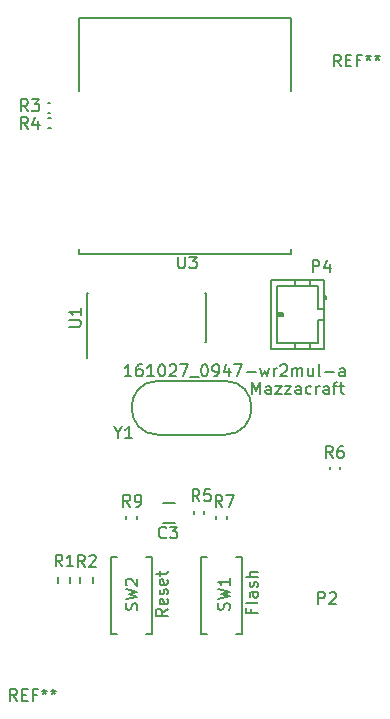
<source format=gbr>
G04 #@! TF.FileFunction,Legend,Top*
%FSLAX46Y46*%
G04 Gerber Fmt 4.6, Leading zero omitted, Abs format (unit mm)*
G04 Created by KiCad (PCBNEW 4.0.4+e1-6308~48~ubuntu16.04.1-stable) date Wed Nov  2 15:53:33 2016*
%MOMM*%
%LPD*%
G01*
G04 APERTURE LIST*
%ADD10C,0.100000*%
%ADD11C,0.200000*%
%ADD12C,0.150000*%
%ADD13C,0.152400*%
G04 APERTURE END LIST*
D10*
D11*
X131322381Y-145938095D02*
X130846190Y-146271429D01*
X131322381Y-146509524D02*
X130322381Y-146509524D01*
X130322381Y-146128571D01*
X130370000Y-146033333D01*
X130417619Y-145985714D01*
X130512857Y-145938095D01*
X130655714Y-145938095D01*
X130750952Y-145985714D01*
X130798571Y-146033333D01*
X130846190Y-146128571D01*
X130846190Y-146509524D01*
X131274762Y-145128571D02*
X131322381Y-145223809D01*
X131322381Y-145414286D01*
X131274762Y-145509524D01*
X131179524Y-145557143D01*
X130798571Y-145557143D01*
X130703333Y-145509524D01*
X130655714Y-145414286D01*
X130655714Y-145223809D01*
X130703333Y-145128571D01*
X130798571Y-145080952D01*
X130893810Y-145080952D01*
X130989048Y-145557143D01*
X131274762Y-144700000D02*
X131322381Y-144604762D01*
X131322381Y-144414286D01*
X131274762Y-144319047D01*
X131179524Y-144271428D01*
X131131905Y-144271428D01*
X131036667Y-144319047D01*
X130989048Y-144414286D01*
X130989048Y-144557143D01*
X130941429Y-144652381D01*
X130846190Y-144700000D01*
X130798571Y-144700000D01*
X130703333Y-144652381D01*
X130655714Y-144557143D01*
X130655714Y-144414286D01*
X130703333Y-144319047D01*
X131274762Y-143461904D02*
X131322381Y-143557142D01*
X131322381Y-143747619D01*
X131274762Y-143842857D01*
X131179524Y-143890476D01*
X130798571Y-143890476D01*
X130703333Y-143842857D01*
X130655714Y-143747619D01*
X130655714Y-143557142D01*
X130703333Y-143461904D01*
X130798571Y-143414285D01*
X130893810Y-143414285D01*
X130989048Y-143890476D01*
X130655714Y-143128571D02*
X130655714Y-142747619D01*
X130322381Y-142985714D02*
X131179524Y-142985714D01*
X131274762Y-142938095D01*
X131322381Y-142842857D01*
X131322381Y-142747619D01*
X138418571Y-145978571D02*
X138418571Y-146311905D01*
X138942381Y-146311905D02*
X137942381Y-146311905D01*
X137942381Y-145835714D01*
X138942381Y-145311905D02*
X138894762Y-145407143D01*
X138799524Y-145454762D01*
X137942381Y-145454762D01*
X138942381Y-144502380D02*
X138418571Y-144502380D01*
X138323333Y-144549999D01*
X138275714Y-144645237D01*
X138275714Y-144835714D01*
X138323333Y-144930952D01*
X138894762Y-144502380D02*
X138942381Y-144597618D01*
X138942381Y-144835714D01*
X138894762Y-144930952D01*
X138799524Y-144978571D01*
X138704286Y-144978571D01*
X138609048Y-144930952D01*
X138561429Y-144835714D01*
X138561429Y-144597618D01*
X138513810Y-144502380D01*
X138894762Y-144073809D02*
X138942381Y-143978571D01*
X138942381Y-143788095D01*
X138894762Y-143692856D01*
X138799524Y-143645237D01*
X138751905Y-143645237D01*
X138656667Y-143692856D01*
X138609048Y-143788095D01*
X138609048Y-143930952D01*
X138561429Y-144026190D01*
X138466190Y-144073809D01*
X138418571Y-144073809D01*
X138323333Y-144026190D01*
X138275714Y-143930952D01*
X138275714Y-143788095D01*
X138323333Y-143692856D01*
X138942381Y-143216666D02*
X137942381Y-143216666D01*
X138942381Y-142788094D02*
X138418571Y-142788094D01*
X138323333Y-142835713D01*
X138275714Y-142930951D01*
X138275714Y-143073809D01*
X138323333Y-143169047D01*
X138370952Y-143216666D01*
X138490475Y-127742381D02*
X138490475Y-126742381D01*
X138823809Y-127456667D01*
X139157142Y-126742381D01*
X139157142Y-127742381D01*
X140061904Y-127742381D02*
X140061904Y-127218571D01*
X140014285Y-127123333D01*
X139919047Y-127075714D01*
X139728570Y-127075714D01*
X139633332Y-127123333D01*
X140061904Y-127694762D02*
X139966666Y-127742381D01*
X139728570Y-127742381D01*
X139633332Y-127694762D01*
X139585713Y-127599524D01*
X139585713Y-127504286D01*
X139633332Y-127409048D01*
X139728570Y-127361429D01*
X139966666Y-127361429D01*
X140061904Y-127313810D01*
X140442856Y-127075714D02*
X140966666Y-127075714D01*
X140442856Y-127742381D01*
X140966666Y-127742381D01*
X141252380Y-127075714D02*
X141776190Y-127075714D01*
X141252380Y-127742381D01*
X141776190Y-127742381D01*
X142585714Y-127742381D02*
X142585714Y-127218571D01*
X142538095Y-127123333D01*
X142442857Y-127075714D01*
X142252380Y-127075714D01*
X142157142Y-127123333D01*
X142585714Y-127694762D02*
X142490476Y-127742381D01*
X142252380Y-127742381D01*
X142157142Y-127694762D01*
X142109523Y-127599524D01*
X142109523Y-127504286D01*
X142157142Y-127409048D01*
X142252380Y-127361429D01*
X142490476Y-127361429D01*
X142585714Y-127313810D01*
X143490476Y-127694762D02*
X143395238Y-127742381D01*
X143204761Y-127742381D01*
X143109523Y-127694762D01*
X143061904Y-127647143D01*
X143014285Y-127551905D01*
X143014285Y-127266190D01*
X143061904Y-127170952D01*
X143109523Y-127123333D01*
X143204761Y-127075714D01*
X143395238Y-127075714D01*
X143490476Y-127123333D01*
X143919047Y-127742381D02*
X143919047Y-127075714D01*
X143919047Y-127266190D02*
X143966666Y-127170952D01*
X144014285Y-127123333D01*
X144109523Y-127075714D01*
X144204762Y-127075714D01*
X144966667Y-127742381D02*
X144966667Y-127218571D01*
X144919048Y-127123333D01*
X144823810Y-127075714D01*
X144633333Y-127075714D01*
X144538095Y-127123333D01*
X144966667Y-127694762D02*
X144871429Y-127742381D01*
X144633333Y-127742381D01*
X144538095Y-127694762D01*
X144490476Y-127599524D01*
X144490476Y-127504286D01*
X144538095Y-127409048D01*
X144633333Y-127361429D01*
X144871429Y-127361429D01*
X144966667Y-127313810D01*
X145300000Y-127075714D02*
X145680952Y-127075714D01*
X145442857Y-127742381D02*
X145442857Y-126885238D01*
X145490476Y-126790000D01*
X145585714Y-126742381D01*
X145680952Y-126742381D01*
X145871429Y-127075714D02*
X146252381Y-127075714D01*
X146014286Y-126742381D02*
X146014286Y-127599524D01*
X146061905Y-127694762D01*
X146157143Y-127742381D01*
X146252381Y-127742381D01*
X128258095Y-126242381D02*
X127686666Y-126242381D01*
X127972380Y-126242381D02*
X127972380Y-125242381D01*
X127877142Y-125385238D01*
X127781904Y-125480476D01*
X127686666Y-125528095D01*
X129115238Y-125242381D02*
X128924761Y-125242381D01*
X128829523Y-125290000D01*
X128781904Y-125337619D01*
X128686666Y-125480476D01*
X128639047Y-125670952D01*
X128639047Y-126051905D01*
X128686666Y-126147143D01*
X128734285Y-126194762D01*
X128829523Y-126242381D01*
X129020000Y-126242381D01*
X129115238Y-126194762D01*
X129162857Y-126147143D01*
X129210476Y-126051905D01*
X129210476Y-125813810D01*
X129162857Y-125718571D01*
X129115238Y-125670952D01*
X129020000Y-125623333D01*
X128829523Y-125623333D01*
X128734285Y-125670952D01*
X128686666Y-125718571D01*
X128639047Y-125813810D01*
X130162857Y-126242381D02*
X129591428Y-126242381D01*
X129877142Y-126242381D02*
X129877142Y-125242381D01*
X129781904Y-125385238D01*
X129686666Y-125480476D01*
X129591428Y-125528095D01*
X130781904Y-125242381D02*
X130877143Y-125242381D01*
X130972381Y-125290000D01*
X131020000Y-125337619D01*
X131067619Y-125432857D01*
X131115238Y-125623333D01*
X131115238Y-125861429D01*
X131067619Y-126051905D01*
X131020000Y-126147143D01*
X130972381Y-126194762D01*
X130877143Y-126242381D01*
X130781904Y-126242381D01*
X130686666Y-126194762D01*
X130639047Y-126147143D01*
X130591428Y-126051905D01*
X130543809Y-125861429D01*
X130543809Y-125623333D01*
X130591428Y-125432857D01*
X130639047Y-125337619D01*
X130686666Y-125290000D01*
X130781904Y-125242381D01*
X131496190Y-125337619D02*
X131543809Y-125290000D01*
X131639047Y-125242381D01*
X131877143Y-125242381D01*
X131972381Y-125290000D01*
X132020000Y-125337619D01*
X132067619Y-125432857D01*
X132067619Y-125528095D01*
X132020000Y-125670952D01*
X131448571Y-126242381D01*
X132067619Y-126242381D01*
X132400952Y-125242381D02*
X133067619Y-125242381D01*
X132639047Y-126242381D01*
X133210476Y-126337619D02*
X133972381Y-126337619D01*
X134400952Y-125242381D02*
X134496191Y-125242381D01*
X134591429Y-125290000D01*
X134639048Y-125337619D01*
X134686667Y-125432857D01*
X134734286Y-125623333D01*
X134734286Y-125861429D01*
X134686667Y-126051905D01*
X134639048Y-126147143D01*
X134591429Y-126194762D01*
X134496191Y-126242381D01*
X134400952Y-126242381D01*
X134305714Y-126194762D01*
X134258095Y-126147143D01*
X134210476Y-126051905D01*
X134162857Y-125861429D01*
X134162857Y-125623333D01*
X134210476Y-125432857D01*
X134258095Y-125337619D01*
X134305714Y-125290000D01*
X134400952Y-125242381D01*
X135210476Y-126242381D02*
X135400952Y-126242381D01*
X135496191Y-126194762D01*
X135543810Y-126147143D01*
X135639048Y-126004286D01*
X135686667Y-125813810D01*
X135686667Y-125432857D01*
X135639048Y-125337619D01*
X135591429Y-125290000D01*
X135496191Y-125242381D01*
X135305714Y-125242381D01*
X135210476Y-125290000D01*
X135162857Y-125337619D01*
X135115238Y-125432857D01*
X135115238Y-125670952D01*
X135162857Y-125766190D01*
X135210476Y-125813810D01*
X135305714Y-125861429D01*
X135496191Y-125861429D01*
X135591429Y-125813810D01*
X135639048Y-125766190D01*
X135686667Y-125670952D01*
X136543810Y-125575714D02*
X136543810Y-126242381D01*
X136305714Y-125194762D02*
X136067619Y-125909048D01*
X136686667Y-125909048D01*
X136972381Y-125242381D02*
X137639048Y-125242381D01*
X137210476Y-126242381D01*
X138020000Y-125861429D02*
X138781905Y-125861429D01*
X139162857Y-125575714D02*
X139353333Y-126242381D01*
X139543810Y-125766190D01*
X139734286Y-126242381D01*
X139924762Y-125575714D01*
X140305714Y-126242381D02*
X140305714Y-125575714D01*
X140305714Y-125766190D02*
X140353333Y-125670952D01*
X140400952Y-125623333D01*
X140496190Y-125575714D01*
X140591429Y-125575714D01*
X140877143Y-125337619D02*
X140924762Y-125290000D01*
X141020000Y-125242381D01*
X141258096Y-125242381D01*
X141353334Y-125290000D01*
X141400953Y-125337619D01*
X141448572Y-125432857D01*
X141448572Y-125528095D01*
X141400953Y-125670952D01*
X140829524Y-126242381D01*
X141448572Y-126242381D01*
X141877143Y-126242381D02*
X141877143Y-125575714D01*
X141877143Y-125670952D02*
X141924762Y-125623333D01*
X142020000Y-125575714D01*
X142162858Y-125575714D01*
X142258096Y-125623333D01*
X142305715Y-125718571D01*
X142305715Y-126242381D01*
X142305715Y-125718571D02*
X142353334Y-125623333D01*
X142448572Y-125575714D01*
X142591429Y-125575714D01*
X142686667Y-125623333D01*
X142734286Y-125718571D01*
X142734286Y-126242381D01*
X143639048Y-125575714D02*
X143639048Y-126242381D01*
X143210476Y-125575714D02*
X143210476Y-126099524D01*
X143258095Y-126194762D01*
X143353333Y-126242381D01*
X143496191Y-126242381D01*
X143591429Y-126194762D01*
X143639048Y-126147143D01*
X144258095Y-126242381D02*
X144162857Y-126194762D01*
X144115238Y-126099524D01*
X144115238Y-125242381D01*
X144639048Y-125861429D02*
X145400953Y-125861429D01*
X146305715Y-126242381D02*
X146305715Y-125718571D01*
X146258096Y-125623333D01*
X146162858Y-125575714D01*
X145972381Y-125575714D01*
X145877143Y-125623333D01*
X146305715Y-126194762D02*
X146210477Y-126242381D01*
X145972381Y-126242381D01*
X145877143Y-126194762D01*
X145829524Y-126099524D01*
X145829524Y-126004286D01*
X145877143Y-125909048D01*
X145972381Y-125861429D01*
X146210477Y-125861429D01*
X146305715Y-125813810D01*
D12*
X131945000Y-136945000D02*
X130945000Y-136945000D01*
X130945000Y-138645000D02*
X131945000Y-138645000D01*
X140075000Y-118065000D02*
X144575000Y-118065000D01*
X144575000Y-118065000D02*
X144575000Y-123965000D01*
X144575000Y-123965000D02*
X140075000Y-123965000D01*
X140075000Y-123965000D02*
X140075000Y-118065000D01*
X144575000Y-120515000D02*
X144075000Y-120515000D01*
X144075000Y-120515000D02*
X144075000Y-118565000D01*
X144075000Y-118565000D02*
X140575000Y-118565000D01*
X140575000Y-118565000D02*
X140575000Y-123465000D01*
X140575000Y-123465000D02*
X144075000Y-123465000D01*
X144075000Y-123465000D02*
X144075000Y-121515000D01*
X144075000Y-121515000D02*
X144575000Y-121515000D01*
X143375000Y-118065000D02*
X143375000Y-118565000D01*
X142075000Y-118065000D02*
X142075000Y-118565000D01*
X143375000Y-123465000D02*
X143375000Y-123965000D01*
X142075000Y-123465000D02*
X142075000Y-123965000D01*
X144575000Y-119715000D02*
X144775000Y-119715000D01*
X144775000Y-119715000D02*
X144775000Y-119415000D01*
X144775000Y-119415000D02*
X144575000Y-119415000D01*
X144675000Y-119715000D02*
X144675000Y-119415000D01*
X140575000Y-120915000D02*
X141075000Y-120915000D01*
X141075000Y-120915000D02*
X141075000Y-121115000D01*
X141075000Y-121115000D02*
X140575000Y-121115000D01*
X140575000Y-121015000D02*
X141075000Y-121015000D01*
X122030000Y-143260000D02*
X122030000Y-143760000D01*
X123080000Y-143760000D02*
X123080000Y-143260000D01*
X123935000Y-143260000D02*
X123935000Y-143760000D01*
X124985000Y-143760000D02*
X124985000Y-143260000D01*
X121400000Y-103065000D02*
X121170000Y-103065000D01*
X121170000Y-103945000D02*
X121400000Y-103945000D01*
X121185000Y-105240000D02*
X121415000Y-105240000D01*
X121415000Y-104360000D02*
X121185000Y-104360000D01*
X133545000Y-137680000D02*
X133545000Y-137910000D01*
X134425000Y-137910000D02*
X134425000Y-137680000D01*
X145940000Y-134115000D02*
X145940000Y-133885000D01*
X145060000Y-133885000D02*
X145060000Y-134115000D01*
X136330000Y-138285000D02*
X136330000Y-138055000D01*
X135450000Y-138055000D02*
X135450000Y-138285000D01*
X128710000Y-138285000D02*
X128710000Y-138055000D01*
X127830000Y-138055000D02*
X127830000Y-138285000D01*
X137140000Y-141530000D02*
X137640000Y-141530000D01*
X137640000Y-141530000D02*
X137640000Y-148030000D01*
X137640000Y-148030000D02*
X137140000Y-148030000D01*
X134640000Y-148030000D02*
X134140000Y-148030000D01*
X134140000Y-148030000D02*
X134140000Y-141530000D01*
X134140000Y-141530000D02*
X134640000Y-141530000D01*
X129520000Y-141530000D02*
X130020000Y-141530000D01*
X130020000Y-141530000D02*
X130020000Y-148030000D01*
X130020000Y-148030000D02*
X129520000Y-148030000D01*
X127020000Y-148030000D02*
X126520000Y-148030000D01*
X126520000Y-148030000D02*
X126520000Y-141530000D01*
X126520000Y-141530000D02*
X127020000Y-141530000D01*
X124465000Y-123360000D02*
X124490000Y-123360000D01*
X124465000Y-119210000D02*
X124570000Y-119210000D01*
X134615000Y-119210000D02*
X134510000Y-119210000D01*
X134615000Y-123360000D02*
X134510000Y-123360000D01*
X124465000Y-123360000D02*
X124465000Y-119210000D01*
X134615000Y-123360000D02*
X134615000Y-119210000D01*
X124490000Y-123360000D02*
X124490000Y-124735000D01*
D13*
X123825000Y-95885000D02*
X123825000Y-102070000D01*
X141808200Y-115470000D02*
X141808200Y-115849400D01*
X123825000Y-115470000D02*
X123825000Y-115849400D01*
X141808200Y-95885000D02*
X141808200Y-102070000D01*
X123825000Y-115887500D02*
X141808200Y-115887500D01*
X141795500Y-95885000D02*
X123825000Y-95885000D01*
D12*
X136144000Y-131191000D02*
G75*
G03X136144000Y-126619000I0J2286000D01*
G01*
X130556000Y-126619000D02*
G75*
G03X130556000Y-131191000I0J-2286000D01*
G01*
X130556000Y-131191000D02*
X136144000Y-131191000D01*
X130556000Y-126619000D02*
X136144000Y-126619000D01*
X131203334Y-139877143D02*
X131155715Y-139924762D01*
X131012858Y-139972381D01*
X130917620Y-139972381D01*
X130774762Y-139924762D01*
X130679524Y-139829524D01*
X130631905Y-139734286D01*
X130584286Y-139543810D01*
X130584286Y-139400952D01*
X130631905Y-139210476D01*
X130679524Y-139115238D01*
X130774762Y-139020000D01*
X130917620Y-138972381D01*
X131012858Y-138972381D01*
X131155715Y-139020000D01*
X131203334Y-139067619D01*
X131536667Y-138972381D02*
X132155715Y-138972381D01*
X131822381Y-139353333D01*
X131965239Y-139353333D01*
X132060477Y-139400952D01*
X132108096Y-139448571D01*
X132155715Y-139543810D01*
X132155715Y-139781905D01*
X132108096Y-139877143D01*
X132060477Y-139924762D01*
X131965239Y-139972381D01*
X131679524Y-139972381D01*
X131584286Y-139924762D01*
X131536667Y-139877143D01*
X144081905Y-145502381D02*
X144081905Y-144502381D01*
X144462858Y-144502381D01*
X144558096Y-144550000D01*
X144605715Y-144597619D01*
X144653334Y-144692857D01*
X144653334Y-144835714D01*
X144605715Y-144930952D01*
X144558096Y-144978571D01*
X144462858Y-145026190D01*
X144081905Y-145026190D01*
X145034286Y-144597619D02*
X145081905Y-144550000D01*
X145177143Y-144502381D01*
X145415239Y-144502381D01*
X145510477Y-144550000D01*
X145558096Y-144597619D01*
X145605715Y-144692857D01*
X145605715Y-144788095D01*
X145558096Y-144930952D01*
X144986667Y-145502381D01*
X145605715Y-145502381D01*
X143601905Y-117412381D02*
X143601905Y-116412381D01*
X143982858Y-116412381D01*
X144078096Y-116460000D01*
X144125715Y-116507619D01*
X144173334Y-116602857D01*
X144173334Y-116745714D01*
X144125715Y-116840952D01*
X144078096Y-116888571D01*
X143982858Y-116936190D01*
X143601905Y-116936190D01*
X145030477Y-116745714D02*
X145030477Y-117412381D01*
X144792381Y-116364762D02*
X144554286Y-117079048D01*
X145173334Y-117079048D01*
X122403334Y-142332381D02*
X122070000Y-141856190D01*
X121831905Y-142332381D02*
X121831905Y-141332381D01*
X122212858Y-141332381D01*
X122308096Y-141380000D01*
X122355715Y-141427619D01*
X122403334Y-141522857D01*
X122403334Y-141665714D01*
X122355715Y-141760952D01*
X122308096Y-141808571D01*
X122212858Y-141856190D01*
X121831905Y-141856190D01*
X123355715Y-142332381D02*
X122784286Y-142332381D01*
X123070000Y-142332381D02*
X123070000Y-141332381D01*
X122974762Y-141475238D01*
X122879524Y-141570476D01*
X122784286Y-141618095D01*
X124303334Y-142372381D02*
X123970000Y-141896190D01*
X123731905Y-142372381D02*
X123731905Y-141372381D01*
X124112858Y-141372381D01*
X124208096Y-141420000D01*
X124255715Y-141467619D01*
X124303334Y-141562857D01*
X124303334Y-141705714D01*
X124255715Y-141800952D01*
X124208096Y-141848571D01*
X124112858Y-141896190D01*
X123731905Y-141896190D01*
X124684286Y-141467619D02*
X124731905Y-141420000D01*
X124827143Y-141372381D01*
X125065239Y-141372381D01*
X125160477Y-141420000D01*
X125208096Y-141467619D01*
X125255715Y-141562857D01*
X125255715Y-141658095D01*
X125208096Y-141800952D01*
X124636667Y-142372381D01*
X125255715Y-142372381D01*
X119493334Y-103792381D02*
X119160000Y-103316190D01*
X118921905Y-103792381D02*
X118921905Y-102792381D01*
X119302858Y-102792381D01*
X119398096Y-102840000D01*
X119445715Y-102887619D01*
X119493334Y-102982857D01*
X119493334Y-103125714D01*
X119445715Y-103220952D01*
X119398096Y-103268571D01*
X119302858Y-103316190D01*
X118921905Y-103316190D01*
X119826667Y-102792381D02*
X120445715Y-102792381D01*
X120112381Y-103173333D01*
X120255239Y-103173333D01*
X120350477Y-103220952D01*
X120398096Y-103268571D01*
X120445715Y-103363810D01*
X120445715Y-103601905D01*
X120398096Y-103697143D01*
X120350477Y-103744762D01*
X120255239Y-103792381D01*
X119969524Y-103792381D01*
X119874286Y-103744762D01*
X119826667Y-103697143D01*
X119503334Y-105302381D02*
X119170000Y-104826190D01*
X118931905Y-105302381D02*
X118931905Y-104302381D01*
X119312858Y-104302381D01*
X119408096Y-104350000D01*
X119455715Y-104397619D01*
X119503334Y-104492857D01*
X119503334Y-104635714D01*
X119455715Y-104730952D01*
X119408096Y-104778571D01*
X119312858Y-104826190D01*
X118931905Y-104826190D01*
X120360477Y-104635714D02*
X120360477Y-105302381D01*
X120122381Y-104254762D02*
X119884286Y-104969048D01*
X120503334Y-104969048D01*
X134023334Y-136812381D02*
X133690000Y-136336190D01*
X133451905Y-136812381D02*
X133451905Y-135812381D01*
X133832858Y-135812381D01*
X133928096Y-135860000D01*
X133975715Y-135907619D01*
X134023334Y-136002857D01*
X134023334Y-136145714D01*
X133975715Y-136240952D01*
X133928096Y-136288571D01*
X133832858Y-136336190D01*
X133451905Y-136336190D01*
X134928096Y-135812381D02*
X134451905Y-135812381D01*
X134404286Y-136288571D01*
X134451905Y-136240952D01*
X134547143Y-136193333D01*
X134785239Y-136193333D01*
X134880477Y-136240952D01*
X134928096Y-136288571D01*
X134975715Y-136383810D01*
X134975715Y-136621905D01*
X134928096Y-136717143D01*
X134880477Y-136764762D01*
X134785239Y-136812381D01*
X134547143Y-136812381D01*
X134451905Y-136764762D01*
X134404286Y-136717143D01*
X145303334Y-133152381D02*
X144970000Y-132676190D01*
X144731905Y-133152381D02*
X144731905Y-132152381D01*
X145112858Y-132152381D01*
X145208096Y-132200000D01*
X145255715Y-132247619D01*
X145303334Y-132342857D01*
X145303334Y-132485714D01*
X145255715Y-132580952D01*
X145208096Y-132628571D01*
X145112858Y-132676190D01*
X144731905Y-132676190D01*
X146160477Y-132152381D02*
X145970000Y-132152381D01*
X145874762Y-132200000D01*
X145827143Y-132247619D01*
X145731905Y-132390476D01*
X145684286Y-132580952D01*
X145684286Y-132961905D01*
X145731905Y-133057143D01*
X145779524Y-133104762D01*
X145874762Y-133152381D01*
X146065239Y-133152381D01*
X146160477Y-133104762D01*
X146208096Y-133057143D01*
X146255715Y-132961905D01*
X146255715Y-132723810D01*
X146208096Y-132628571D01*
X146160477Y-132580952D01*
X146065239Y-132533333D01*
X145874762Y-132533333D01*
X145779524Y-132580952D01*
X145731905Y-132628571D01*
X145684286Y-132723810D01*
X135963334Y-137312381D02*
X135630000Y-136836190D01*
X135391905Y-137312381D02*
X135391905Y-136312381D01*
X135772858Y-136312381D01*
X135868096Y-136360000D01*
X135915715Y-136407619D01*
X135963334Y-136502857D01*
X135963334Y-136645714D01*
X135915715Y-136740952D01*
X135868096Y-136788571D01*
X135772858Y-136836190D01*
X135391905Y-136836190D01*
X136296667Y-136312381D02*
X136963334Y-136312381D01*
X136534762Y-137312381D01*
X128153334Y-137272381D02*
X127820000Y-136796190D01*
X127581905Y-137272381D02*
X127581905Y-136272381D01*
X127962858Y-136272381D01*
X128058096Y-136320000D01*
X128105715Y-136367619D01*
X128153334Y-136462857D01*
X128153334Y-136605714D01*
X128105715Y-136700952D01*
X128058096Y-136748571D01*
X127962858Y-136796190D01*
X127581905Y-136796190D01*
X128629524Y-137272381D02*
X128820000Y-137272381D01*
X128915239Y-137224762D01*
X128962858Y-137177143D01*
X129058096Y-137034286D01*
X129105715Y-136843810D01*
X129105715Y-136462857D01*
X129058096Y-136367619D01*
X129010477Y-136320000D01*
X128915239Y-136272381D01*
X128724762Y-136272381D01*
X128629524Y-136320000D01*
X128581905Y-136367619D01*
X128534286Y-136462857D01*
X128534286Y-136700952D01*
X128581905Y-136796190D01*
X128629524Y-136843810D01*
X128724762Y-136891429D01*
X128915239Y-136891429D01*
X129010477Y-136843810D01*
X129058096Y-136796190D01*
X129105715Y-136700952D01*
X136534762Y-146003333D02*
X136582381Y-145860476D01*
X136582381Y-145622380D01*
X136534762Y-145527142D01*
X136487143Y-145479523D01*
X136391905Y-145431904D01*
X136296667Y-145431904D01*
X136201429Y-145479523D01*
X136153810Y-145527142D01*
X136106190Y-145622380D01*
X136058571Y-145812857D01*
X136010952Y-145908095D01*
X135963333Y-145955714D01*
X135868095Y-146003333D01*
X135772857Y-146003333D01*
X135677619Y-145955714D01*
X135630000Y-145908095D01*
X135582381Y-145812857D01*
X135582381Y-145574761D01*
X135630000Y-145431904D01*
X135582381Y-145098571D02*
X136582381Y-144860476D01*
X135868095Y-144669999D01*
X136582381Y-144479523D01*
X135582381Y-144241428D01*
X136582381Y-143336666D02*
X136582381Y-143908095D01*
X136582381Y-143622381D02*
X135582381Y-143622381D01*
X135725238Y-143717619D01*
X135820476Y-143812857D01*
X135868095Y-143908095D01*
X128724762Y-146033333D02*
X128772381Y-145890476D01*
X128772381Y-145652380D01*
X128724762Y-145557142D01*
X128677143Y-145509523D01*
X128581905Y-145461904D01*
X128486667Y-145461904D01*
X128391429Y-145509523D01*
X128343810Y-145557142D01*
X128296190Y-145652380D01*
X128248571Y-145842857D01*
X128200952Y-145938095D01*
X128153333Y-145985714D01*
X128058095Y-146033333D01*
X127962857Y-146033333D01*
X127867619Y-145985714D01*
X127820000Y-145938095D01*
X127772381Y-145842857D01*
X127772381Y-145604761D01*
X127820000Y-145461904D01*
X127772381Y-145128571D02*
X128772381Y-144890476D01*
X128058095Y-144699999D01*
X128772381Y-144509523D01*
X127772381Y-144271428D01*
X127867619Y-143938095D02*
X127820000Y-143890476D01*
X127772381Y-143795238D01*
X127772381Y-143557142D01*
X127820000Y-143461904D01*
X127867619Y-143414285D01*
X127962857Y-143366666D01*
X128058095Y-143366666D01*
X128200952Y-143414285D01*
X128772381Y-143985714D01*
X128772381Y-143366666D01*
X122992381Y-122046905D02*
X123801905Y-122046905D01*
X123897143Y-121999286D01*
X123944762Y-121951667D01*
X123992381Y-121856429D01*
X123992381Y-121665952D01*
X123944762Y-121570714D01*
X123897143Y-121523095D01*
X123801905Y-121475476D01*
X122992381Y-121475476D01*
X123992381Y-120475476D02*
X123992381Y-121046905D01*
X123992381Y-120761191D02*
X122992381Y-120761191D01*
X123135238Y-120856429D01*
X123230476Y-120951667D01*
X123278095Y-121046905D01*
X132218095Y-116112381D02*
X132218095Y-116921905D01*
X132265714Y-117017143D01*
X132313333Y-117064762D01*
X132408571Y-117112381D01*
X132599048Y-117112381D01*
X132694286Y-117064762D01*
X132741905Y-117017143D01*
X132789524Y-116921905D01*
X132789524Y-116112381D01*
X133170476Y-116112381D02*
X133789524Y-116112381D01*
X133456190Y-116493333D01*
X133599048Y-116493333D01*
X133694286Y-116540952D01*
X133741905Y-116588571D01*
X133789524Y-116683810D01*
X133789524Y-116921905D01*
X133741905Y-117017143D01*
X133694286Y-117064762D01*
X133599048Y-117112381D01*
X133313333Y-117112381D01*
X133218095Y-117064762D01*
X133170476Y-117017143D01*
X127123809Y-131006190D02*
X127123809Y-131482381D01*
X126790476Y-130482381D02*
X127123809Y-131006190D01*
X127457143Y-130482381D01*
X128314286Y-131482381D02*
X127742857Y-131482381D01*
X128028571Y-131482381D02*
X128028571Y-130482381D01*
X127933333Y-130625238D01*
X127838095Y-130720476D01*
X127742857Y-130768095D01*
X118566667Y-153732381D02*
X118233333Y-153256190D01*
X117995238Y-153732381D02*
X117995238Y-152732381D01*
X118376191Y-152732381D01*
X118471429Y-152780000D01*
X118519048Y-152827619D01*
X118566667Y-152922857D01*
X118566667Y-153065714D01*
X118519048Y-153160952D01*
X118471429Y-153208571D01*
X118376191Y-153256190D01*
X117995238Y-153256190D01*
X118995238Y-153208571D02*
X119328572Y-153208571D01*
X119471429Y-153732381D02*
X118995238Y-153732381D01*
X118995238Y-152732381D01*
X119471429Y-152732381D01*
X120233334Y-153208571D02*
X119900000Y-153208571D01*
X119900000Y-153732381D02*
X119900000Y-152732381D01*
X120376191Y-152732381D01*
X120900000Y-152732381D02*
X120900000Y-152970476D01*
X120661905Y-152875238D02*
X120900000Y-152970476D01*
X121138096Y-152875238D01*
X120757143Y-153160952D02*
X120900000Y-152970476D01*
X121042858Y-153160952D01*
X121661905Y-152732381D02*
X121661905Y-152970476D01*
X121423810Y-152875238D02*
X121661905Y-152970476D01*
X121900001Y-152875238D01*
X121519048Y-153160952D02*
X121661905Y-152970476D01*
X121804763Y-153160952D01*
X145986667Y-100011381D02*
X145653333Y-99535190D01*
X145415238Y-100011381D02*
X145415238Y-99011381D01*
X145796191Y-99011381D01*
X145891429Y-99059000D01*
X145939048Y-99106619D01*
X145986667Y-99201857D01*
X145986667Y-99344714D01*
X145939048Y-99439952D01*
X145891429Y-99487571D01*
X145796191Y-99535190D01*
X145415238Y-99535190D01*
X146415238Y-99487571D02*
X146748572Y-99487571D01*
X146891429Y-100011381D02*
X146415238Y-100011381D01*
X146415238Y-99011381D01*
X146891429Y-99011381D01*
X147653334Y-99487571D02*
X147320000Y-99487571D01*
X147320000Y-100011381D02*
X147320000Y-99011381D01*
X147796191Y-99011381D01*
X148320000Y-99011381D02*
X148320000Y-99249476D01*
X148081905Y-99154238D02*
X148320000Y-99249476D01*
X148558096Y-99154238D01*
X148177143Y-99439952D02*
X148320000Y-99249476D01*
X148462858Y-99439952D01*
X149081905Y-99011381D02*
X149081905Y-99249476D01*
X148843810Y-99154238D02*
X149081905Y-99249476D01*
X149320001Y-99154238D01*
X148939048Y-99439952D02*
X149081905Y-99249476D01*
X149224763Y-99439952D01*
M02*

</source>
